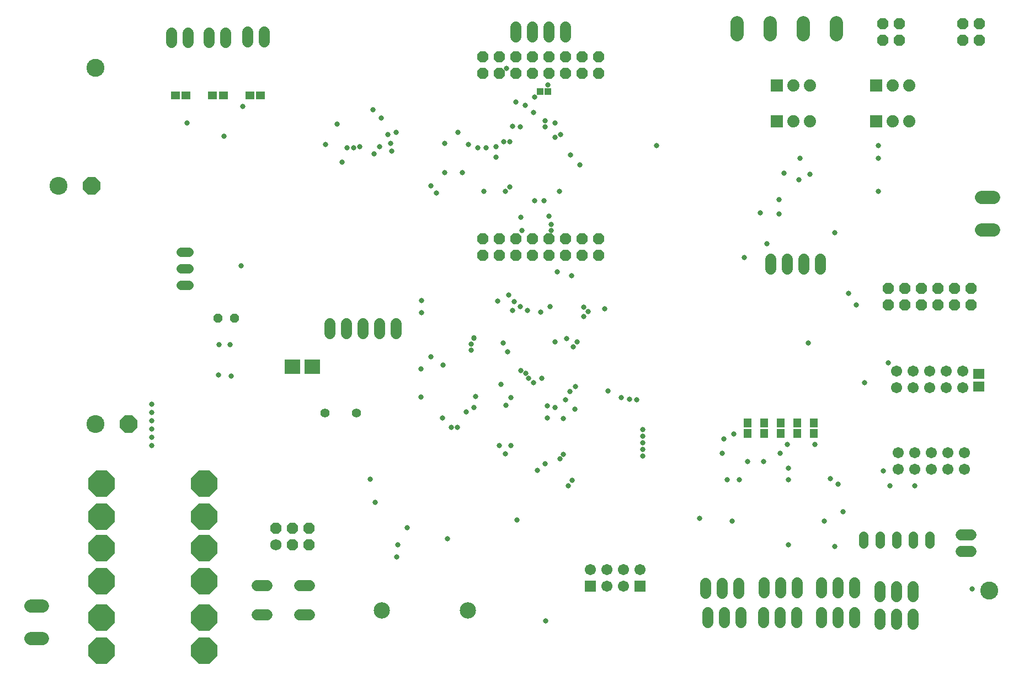
<source format=gbr>
G04 EAGLE Gerber RS-274X export*
G75*
%MOMM*%
%FSLAX34Y34*%
%LPD*%
%INSoldermask Bottom*%
%IPPOS*%
%AMOC8*
5,1,8,0,0,1.08239X$1,22.5*%
G01*
%ADD10R,1.053200X1.103200*%
%ADD11C,2.743200*%
%ADD12P,2.969212X8X22.500000*%
%ADD13R,1.703200X1.503200*%
%ADD14P,1.869504X8X202.500000*%
%ADD15C,1.703200*%
%ADD16C,1.727200*%
%ADD17P,4.343848X8X22.500000*%
%ADD18P,4.343848X8X202.500000*%
%ADD19C,1.993900*%
%ADD20R,2.403200X2.203200*%
%ADD21P,1.539592X8X202.500000*%
%ADD22C,1.422400*%
%ADD23C,1.422400*%
%ADD24R,1.458200X1.309200*%
%ADD25R,1.309200X1.458200*%
%ADD26C,1.727200*%
%ADD27P,1.869504X8X22.500000*%
%ADD28C,2.755900*%
%ADD29C,1.703200*%
%ADD30R,1.703200X1.703200*%
%ADD31R,1.879600X1.879600*%
%ADD32C,1.879600*%
%ADD33C,2.503200*%
%ADD34C,0.808000*%
%ADD35C,0.858000*%


D10*
X862880Y848360D03*
X874480Y848360D03*
D11*
X180340Y337820D03*
D12*
X231140Y337820D03*
D11*
X123190Y703580D03*
D12*
X173990Y703580D03*
D13*
X1535430Y414630D03*
X1535430Y395630D03*
D14*
X1413510Y952500D03*
X1413510Y927100D03*
X1388110Y952500D03*
X1388110Y927100D03*
D15*
X1409700Y393700D03*
X1409700Y419100D03*
X1435100Y393700D03*
X1435100Y419100D03*
X1460500Y393700D03*
X1460500Y419100D03*
X1485900Y393700D03*
X1485900Y419100D03*
X1511300Y393700D03*
X1511300Y419100D03*
X1412240Y267970D03*
X1412240Y293370D03*
X1437640Y267970D03*
X1437640Y293370D03*
X1463040Y267970D03*
X1463040Y293370D03*
X1488440Y267970D03*
X1488440Y293370D03*
X1513840Y267970D03*
X1513840Y293370D03*
D14*
X1524000Y546100D03*
X1498600Y546100D03*
X1473200Y546100D03*
X1447800Y546100D03*
X1422400Y546100D03*
X1397000Y546100D03*
X1524000Y520700D03*
X1498600Y520700D03*
X1473200Y520700D03*
X1447800Y520700D03*
X1422400Y520700D03*
X1397000Y520700D03*
D16*
X1294130Y93980D02*
X1294130Y78740D01*
X1319530Y78740D02*
X1319530Y93980D01*
X1344930Y93980D02*
X1344930Y78740D01*
X1206500Y78740D02*
X1206500Y93980D01*
X1231900Y93980D02*
X1231900Y78740D01*
X1257300Y78740D02*
X1257300Y93980D01*
X1116330Y92710D02*
X1116330Y77470D01*
X1141730Y77470D02*
X1141730Y92710D01*
X1167130Y92710D02*
X1167130Y77470D01*
D17*
X189230Y40640D03*
X346710Y40640D03*
X346710Y-10160D03*
X189230Y-10160D03*
D18*
X346710Y96520D03*
X189230Y96520D03*
X189230Y147320D03*
X346710Y147320D03*
D17*
X189230Y246380D03*
X346710Y246380D03*
X346710Y195580D03*
X189230Y195580D03*
D14*
X1536700Y952500D03*
X1536700Y927100D03*
X1511300Y952500D03*
X1511300Y927100D03*
D19*
X1540447Y635400D02*
X1558354Y635400D01*
X1558354Y685400D02*
X1540447Y685400D01*
X1316990Y935927D02*
X1316990Y953834D01*
X1266190Y953834D02*
X1266190Y935927D01*
X1215390Y935927D02*
X1215390Y953834D01*
X1164590Y953834D02*
X1164590Y935927D01*
D16*
X1508760Y167640D02*
X1524000Y167640D01*
X1524000Y142240D02*
X1508760Y142240D01*
D20*
X482840Y425450D03*
X512840Y425450D03*
D21*
X393700Y500380D03*
X368300Y500380D03*
D16*
X1384300Y45720D02*
X1384300Y30480D01*
X1409700Y30480D02*
X1409700Y45720D01*
X1435100Y45720D02*
X1435100Y30480D01*
D19*
X99124Y58020D02*
X81217Y58020D01*
X81217Y8020D02*
X99124Y8020D01*
D22*
X580390Y354330D03*
X532130Y354330D03*
D23*
X323596Y601980D02*
X311404Y601980D01*
X311404Y551180D02*
X323596Y551180D01*
X323596Y576580D02*
X311404Y576580D01*
D24*
X302890Y842010D03*
X319410Y842010D03*
X360040Y842010D03*
X376560Y842010D03*
X417190Y842010D03*
X433710Y842010D03*
D25*
X1282700Y323210D03*
X1282700Y339730D03*
X1257300Y323210D03*
X1257300Y339730D03*
X1231900Y323210D03*
X1231900Y339730D03*
X1206500Y323210D03*
X1206500Y339730D03*
X1181100Y323210D03*
X1181100Y339730D03*
D16*
X508762Y89916D02*
X493522Y89916D01*
X493522Y44704D02*
X508762Y44704D01*
X443738Y89916D02*
X428498Y89916D01*
X428498Y44704D02*
X443738Y44704D01*
X1384300Y72390D02*
X1384300Y87630D01*
X1409700Y87630D02*
X1409700Y72390D01*
X1435100Y72390D02*
X1435100Y87630D01*
D23*
X1358900Y153924D02*
X1358900Y166116D01*
X1384300Y166116D02*
X1384300Y153924D01*
X1409700Y153924D02*
X1409700Y166116D01*
X1435100Y166116D02*
X1435100Y153924D01*
X1460500Y153924D02*
X1460500Y166116D01*
D16*
X1216660Y575310D02*
X1216660Y590550D01*
X1242060Y590550D02*
X1242060Y575310D01*
X1267460Y575310D02*
X1267460Y590550D01*
X1292860Y590550D02*
X1292860Y575310D01*
D26*
X457200Y152400D03*
D27*
X482600Y152400D03*
X508000Y152400D03*
X457200Y177800D03*
X482600Y177800D03*
X508000Y177800D03*
D14*
X952500Y622300D03*
X927100Y622300D03*
X901700Y622300D03*
X876300Y622300D03*
X850900Y622300D03*
X825500Y622300D03*
X952500Y596900D03*
X927100Y596900D03*
X901700Y596900D03*
X876300Y596900D03*
X850900Y596900D03*
X825500Y596900D03*
X800100Y622300D03*
X774700Y622300D03*
X800100Y596900D03*
X774700Y596900D03*
D27*
X774700Y876300D03*
X800100Y876300D03*
X825500Y876300D03*
X850900Y876300D03*
X876300Y876300D03*
X901700Y876300D03*
X774700Y901700D03*
X800100Y901700D03*
X825500Y901700D03*
X850900Y901700D03*
X876300Y901700D03*
X901700Y901700D03*
X927100Y876300D03*
X952500Y876300D03*
X927100Y901700D03*
X952500Y901700D03*
D16*
X901700Y932180D02*
X901700Y947420D01*
X876300Y947420D02*
X876300Y932180D01*
X850900Y932180D02*
X850900Y947420D01*
X825500Y947420D02*
X825500Y932180D01*
D28*
X180340Y884936D03*
X1551940Y82296D03*
D29*
X322580Y923410D02*
X322580Y938410D01*
X297180Y938410D02*
X297180Y923410D01*
X379730Y923410D02*
X379730Y938410D01*
X354330Y938410D02*
X354330Y923410D01*
X439420Y924680D02*
X439420Y939680D01*
X414020Y939680D02*
X414020Y924680D01*
D30*
X1016000Y88900D03*
D15*
X990600Y88900D03*
X965200Y88900D03*
X965200Y114300D03*
X990600Y114300D03*
X1016000Y114300D03*
X939800Y114300D03*
D30*
X939800Y88900D03*
D31*
X1225550Y802640D03*
D32*
X1250950Y802640D03*
X1276350Y802640D03*
D31*
X1225550Y857250D03*
D32*
X1250950Y857250D03*
X1276350Y857250D03*
D31*
X1377950Y857250D03*
D32*
X1403350Y857250D03*
X1428750Y857250D03*
D31*
X1377950Y802640D03*
D32*
X1403350Y802640D03*
X1428750Y802640D03*
D33*
X620100Y52000D03*
X751500Y52000D03*
D16*
X1294130Y48260D02*
X1294130Y33020D01*
X1319530Y33020D02*
X1319530Y48260D01*
X1344930Y48260D02*
X1344930Y33020D01*
X1205230Y33020D02*
X1205230Y48260D01*
X1230630Y48260D02*
X1230630Y33020D01*
X1256030Y33020D02*
X1256030Y48260D01*
X1120140Y48260D02*
X1120140Y33020D01*
X1145540Y33020D02*
X1145540Y48260D01*
X1170940Y48260D02*
X1170940Y33020D01*
X539750Y476250D02*
X539750Y491490D01*
X565150Y491490D02*
X565150Y476250D01*
X590550Y476250D02*
X590550Y491490D01*
X615950Y491490D02*
X615950Y476250D01*
X641350Y476250D02*
X641350Y491490D01*
D34*
X817880Y378460D03*
X810260Y366162D03*
X833476Y420014D03*
X1397000Y431800D03*
X1360170Y401320D03*
X840740Y415290D03*
X845185Y408305D03*
X852170Y401320D03*
X864870Y407908D03*
X1389380Y265430D03*
X858520Y266700D03*
X404000Y580600D03*
X1314450Y631190D03*
X1525905Y84455D03*
X986790Y378460D03*
X999490Y375920D03*
X800100Y304800D03*
X1010920Y374650D03*
X1437640Y242570D03*
X1399540Y242808D03*
X808990Y292100D03*
X966470Y388620D03*
X735330Y332740D03*
X726440Y332740D03*
X644525Y152400D03*
X694690Y440690D03*
X812800Y448310D03*
X885938Y463550D03*
X820618Y511810D03*
X913130Y455930D03*
X680720Y508660D03*
X1381760Y765150D03*
X1282700Y339730D03*
X370200Y459740D03*
X368960Y412750D03*
X1257300Y339730D03*
X1231900Y339730D03*
X1206500Y339730D03*
X1181100Y339730D03*
X1284224Y306832D03*
X1319530Y245110D03*
X905510Y242570D03*
X1308100Y254000D03*
X911860Y251460D03*
X1336040Y538480D03*
X814070Y535940D03*
X1347470Y520700D03*
X822960Y525780D03*
X892810Y284480D03*
X901700Y374650D03*
X658368Y178816D03*
X609600Y217424D03*
X720090Y161290D03*
X826894Y190500D03*
X916940Y394970D03*
X712470Y346710D03*
X304160Y843280D03*
X417190Y842010D03*
X360040Y843280D03*
X713740Y428230D03*
X802640Y398780D03*
X406400Y825500D03*
X679450Y422300D03*
X513080Y425450D03*
X377190Y779780D03*
X320650Y800100D03*
X320680Y843280D03*
X377190Y842010D03*
X433710Y842010D03*
X266700Y368300D03*
X266700Y355600D03*
X266700Y342900D03*
X266700Y330200D03*
X266700Y317500D03*
X266700Y304800D03*
X482840Y425450D03*
X386720Y459740D03*
X388620Y411480D03*
X601980Y252730D03*
X1107440Y193040D03*
X642938Y133350D03*
X1298575Y188913D03*
X1327150Y203200D03*
X1157288Y188913D03*
X1236980Y722630D03*
X1276350Y721360D03*
X1200150Y661670D03*
X1261110Y746150D03*
X1210310Y614680D03*
X1259840Y713080D03*
X1229360Y681990D03*
X1381760Y746150D03*
X1229360Y660400D03*
X1381760Y695350D03*
X763270Y380008D03*
X831850Y518160D03*
X680720Y527660D03*
X679450Y379120D03*
X916305Y360363D03*
X908050Y387350D03*
X878205Y518160D03*
X903288Y469265D03*
X873443Y365760D03*
X817563Y304800D03*
X760730Y363220D03*
X749300Y356588D03*
X1282700Y323210D03*
X1314450Y150178D03*
X1257300Y323210D03*
X1243584Y152400D03*
X1243584Y251968D03*
X1243584Y270256D03*
X1231392Y292608D03*
X1150112Y251968D03*
X1231900Y323210D03*
X1242060Y306070D03*
X1205230Y280010D03*
X1168400Y251968D03*
X1206500Y323210D03*
X1144806Y315059D03*
X1141730Y292636D03*
X1273810Y462280D03*
X919480Y463550D03*
X871220Y35560D03*
X1019810Y288290D03*
X869992Y276860D03*
X1181100Y323210D03*
X1159510Y322933D03*
X1181100Y280010D03*
X1019810Y328930D03*
X898600Y346000D03*
X1019810Y319166D03*
X898282Y290830D03*
X1019810Y308808D03*
X885190Y363220D03*
X1019810Y298450D03*
X873760Y346710D03*
X911225Y565150D03*
X1176020Y593090D03*
X889000Y571500D03*
X863600Y509270D03*
X843280Y511810D03*
X806133Y461963D03*
X961390Y514350D03*
X929640Y517088D03*
X929640Y502920D03*
X935990Y510540D03*
X766763Y762000D03*
X779463Y762000D03*
X1041400Y765175D03*
X815975Y771525D03*
X879475Y644525D03*
X879475Y635000D03*
X809625Y695325D03*
X876300Y657225D03*
X892175Y695325D03*
X835025Y635000D03*
X833438Y655638D03*
X874713Y858838D03*
X606425Y820738D03*
X566738Y762000D03*
X628650Y782638D03*
X885825Y800100D03*
X635000Y757238D03*
X615950Y763588D03*
X811213Y884238D03*
X576263Y762000D03*
X825500Y831850D03*
X608013Y752475D03*
X885825Y777875D03*
X854075Y839788D03*
X585788Y763588D03*
X893763Y782638D03*
X736600Y785813D03*
X820738Y795338D03*
X633413Y768350D03*
X831850Y793750D03*
X742950Y723900D03*
X715963Y723900D03*
X703263Y692150D03*
X776288Y695325D03*
X806450Y771525D03*
X795338Y763588D03*
X839788Y827088D03*
X852488Y815975D03*
X558800Y740093D03*
X533400Y766763D03*
X619125Y808038D03*
X869950Y793750D03*
X641350Y785813D03*
X869950Y803275D03*
X715963Y768350D03*
X752475Y766763D03*
X868363Y681038D03*
X854075Y681038D03*
X815975Y701675D03*
X923290Y735965D03*
X695325Y703263D03*
X795338Y747713D03*
X909638Y750888D03*
X550863Y798513D03*
X797878Y526733D03*
D35*
X760730Y469900D03*
D34*
X757238Y460375D03*
X757238Y450850D03*
M02*

</source>
